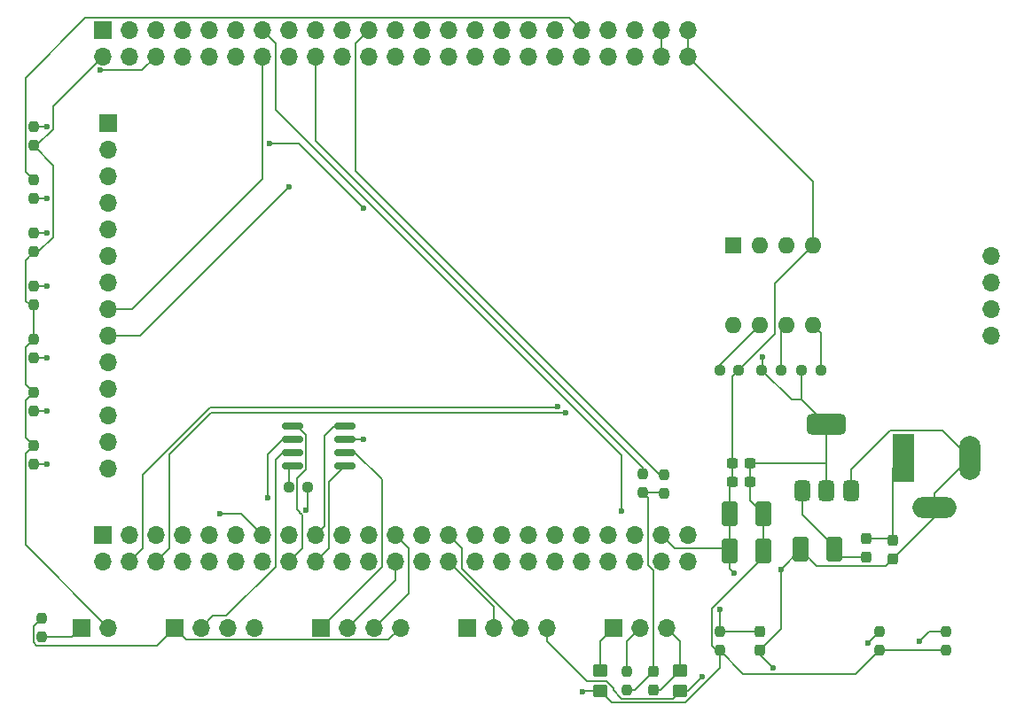
<source format=gbr>
%TF.GenerationSoftware,KiCad,Pcbnew,8.0.3*%
%TF.CreationDate,2024-06-28T15:17:55+09:00*%
%TF.ProjectId,KICAD-2,4b494341-442d-4322-9e6b-696361645f70,rev?*%
%TF.SameCoordinates,Original*%
%TF.FileFunction,Copper,L2,Bot*%
%TF.FilePolarity,Positive*%
%FSLAX46Y46*%
G04 Gerber Fmt 4.6, Leading zero omitted, Abs format (unit mm)*
G04 Created by KiCad (PCBNEW 8.0.3) date 2024-06-28 15:17:55*
%MOMM*%
%LPD*%
G01*
G04 APERTURE LIST*
G04 Aperture macros list*
%AMRoundRect*
0 Rectangle with rounded corners*
0 $1 Rounding radius*
0 $2 $3 $4 $5 $6 $7 $8 $9 X,Y pos of 4 corners*
0 Add a 4 corners polygon primitive as box body*
4,1,4,$2,$3,$4,$5,$6,$7,$8,$9,$2,$3,0*
0 Add four circle primitives for the rounded corners*
1,1,$1+$1,$2,$3*
1,1,$1+$1,$4,$5*
1,1,$1+$1,$6,$7*
1,1,$1+$1,$8,$9*
0 Add four rect primitives between the rounded corners*
20,1,$1+$1,$2,$3,$4,$5,0*
20,1,$1+$1,$4,$5,$6,$7,0*
20,1,$1+$1,$6,$7,$8,$9,0*
20,1,$1+$1,$8,$9,$2,$3,0*%
G04 Aperture macros list end*
%TA.AperFunction,ComponentPad*%
%ADD10R,1.700000X1.700000*%
%TD*%
%TA.AperFunction,ComponentPad*%
%ADD11O,1.700000X1.700000*%
%TD*%
%TA.AperFunction,SMDPad,CuDef*%
%ADD12RoundRect,0.250000X0.450000X-0.350000X0.450000X0.350000X-0.450000X0.350000X-0.450000X-0.350000X0*%
%TD*%
%TA.AperFunction,SMDPad,CuDef*%
%ADD13RoundRect,0.237500X-0.237500X0.300000X-0.237500X-0.300000X0.237500X-0.300000X0.237500X0.300000X0*%
%TD*%
%TA.AperFunction,SMDPad,CuDef*%
%ADD14RoundRect,0.250001X0.499999X0.924999X-0.499999X0.924999X-0.499999X-0.924999X0.499999X-0.924999X0*%
%TD*%
%TA.AperFunction,SMDPad,CuDef*%
%ADD15RoundRect,0.237500X-0.237500X0.250000X-0.237500X-0.250000X0.237500X-0.250000X0.237500X0.250000X0*%
%TD*%
%TA.AperFunction,SMDPad,CuDef*%
%ADD16RoundRect,0.237500X-0.250000X-0.237500X0.250000X-0.237500X0.250000X0.237500X-0.250000X0.237500X0*%
%TD*%
%TA.AperFunction,SMDPad,CuDef*%
%ADD17RoundRect,0.237500X-0.237500X0.287500X-0.237500X-0.287500X0.237500X-0.287500X0.237500X0.287500X0*%
%TD*%
%TA.AperFunction,SMDPad,CuDef*%
%ADD18RoundRect,0.150000X0.825000X0.150000X-0.825000X0.150000X-0.825000X-0.150000X0.825000X-0.150000X0*%
%TD*%
%TA.AperFunction,SMDPad,CuDef*%
%ADD19RoundRect,0.237500X0.300000X0.237500X-0.300000X0.237500X-0.300000X-0.237500X0.300000X-0.237500X0*%
%TD*%
%TA.AperFunction,SMDPad,CuDef*%
%ADD20RoundRect,0.375000X0.375000X-0.625000X0.375000X0.625000X-0.375000X0.625000X-0.375000X-0.625000X0*%
%TD*%
%TA.AperFunction,SMDPad,CuDef*%
%ADD21RoundRect,0.500000X1.400000X-0.500000X1.400000X0.500000X-1.400000X0.500000X-1.400000X-0.500000X0*%
%TD*%
%TA.AperFunction,SMDPad,CuDef*%
%ADD22RoundRect,0.237500X0.237500X-0.250000X0.237500X0.250000X-0.237500X0.250000X-0.237500X-0.250000X0*%
%TD*%
%TA.AperFunction,ComponentPad*%
%ADD23R,2.000000X4.600000*%
%TD*%
%TA.AperFunction,ComponentPad*%
%ADD24O,2.000000X4.200000*%
%TD*%
%TA.AperFunction,ComponentPad*%
%ADD25O,4.200000X2.000000*%
%TD*%
%TA.AperFunction,ComponentPad*%
%ADD26R,1.600000X1.600000*%
%TD*%
%TA.AperFunction,ComponentPad*%
%ADD27O,1.600000X1.600000*%
%TD*%
%TA.AperFunction,ViaPad*%
%ADD28C,0.600000*%
%TD*%
%TA.AperFunction,Conductor*%
%ADD29C,0.200000*%
%TD*%
G04 APERTURE END LIST*
D10*
%TO.P,J6,1,Pin_1*%
%TO.N,+3.3V*%
X132589750Y-117085750D03*
D11*
%TO.P,J6,2,Pin_2*%
%TO.N,PA13_SWDIO*%
X135129750Y-117085750D03*
%TO.P,J6,3,Pin_3*%
%TO.N,PA14_SWCLK*%
X137669750Y-117085750D03*
%TO.P,J6,4,Pin_4*%
%TO.N,D_GND*%
X140209750Y-117085750D03*
%TD*%
D10*
%TO.P,J8,1,Pin_1*%
%TO.N,+3.3VA*%
X160529750Y-117085750D03*
D11*
%TO.P,J8,2,Pin_2*%
%TO.N,Net-(J8-Pin_2)*%
X163069750Y-117085750D03*
%TO.P,J8,3,Pin_3*%
%TO.N,AGND*%
X165609750Y-117085750D03*
%TD*%
D10*
%TO.P,J4,1,Pin_1*%
%TO.N,BOOT0*%
X109729750Y-117085750D03*
D11*
%TO.P,J4,2,Pin_2*%
%TO.N,+3.3V*%
X112269750Y-117085750D03*
%TD*%
D10*
%TO.P,J3,1,Pin_1*%
%TO.N,D_GND*%
X118619750Y-117085750D03*
D11*
%TO.P,J3,2,Pin_2*%
%TO.N,Net-(J3-Pin_2)*%
X121159750Y-117085750D03*
%TO.P,J3,3,Pin_3*%
%TO.N,Net-(J3-Pin_3)*%
X123699750Y-117085750D03*
%TO.P,J3,4,Pin_4*%
%TO.N,+3.3V*%
X126239750Y-117085750D03*
%TD*%
D10*
%TO.P,J7,1,Pin_1*%
%TO.N,+3.3V*%
X146559750Y-117085750D03*
D11*
%TO.P,J7,2,Pin_2*%
%TO.N,PA9_UART_Tx*%
X149099750Y-117085750D03*
%TO.P,J7,3,Pin_3*%
%TO.N,PA10_UART_Rx*%
X151639750Y-117085750D03*
%TO.P,J7,4,Pin_4*%
%TO.N,D_GND*%
X154179750Y-117085750D03*
%TD*%
D10*
%TO.P,J5,1,Pin_1*%
%TO.N,+3.3V*%
X112300000Y-68834000D03*
D11*
%TO.P,J5,2,Pin_2*%
%TO.N,D_GND*%
X112300000Y-71374000D03*
%TO.P,J5,3,Pin_3*%
%TO.N,PA4_SPI1_LCD_NCS*%
X112300000Y-73914000D03*
%TO.P,J5,4,Pin_4*%
%TO.N,PC4_LCD_RST*%
X112300000Y-76454000D03*
%TO.P,J5,5,Pin_5*%
%TO.N,PA2_LCD_DC*%
X112300000Y-78994000D03*
%TO.P,J5,6,Pin_6*%
%TO.N,PD7_SPI1_MOSI_LCD*%
X112300000Y-81534000D03*
%TO.P,J5,7,Pin_7*%
%TO.N,PA5_SPI1_LCD_SCK*%
X112300000Y-84074000D03*
%TO.P,J5,8,Pin_8*%
%TO.N,PC0_LCD_BL*%
X112300000Y-86614000D03*
%TO.P,J5,9,Pin_9*%
%TO.N,PA6_SPI1_MISO_LCD*%
X112300000Y-89154000D03*
%TO.P,J5,10,Pin_10*%
%TO.N,PC10_SPI3_SCK*%
X112300000Y-91694000D03*
%TO.P,J5,11,Pin_11*%
%TO.N,PC15_SPI3_NCS*%
X112300000Y-94234000D03*
%TO.P,J5,12,Pin_12*%
%TO.N,PB2_SPI3_MOSI*%
X112300000Y-96774000D03*
%TO.P,J5,13,Pin_13*%
%TO.N,PC11_SPI3_MISO*%
X112300000Y-99314000D03*
%TO.P,J5,14,Pin_14*%
%TO.N,PC12_SPI3_IRQ*%
X112300000Y-101854000D03*
%TO.P,J5,15,Pin_15*%
%TO.N,unconnected-(J5-Pin_15-Pad15)*%
X196600000Y-89154000D03*
%TO.P,J5,16,Pin_16*%
%TO.N,unconnected-(J5-Pin_16-Pad16)*%
X196600000Y-86614000D03*
%TO.P,J5,17,Pin_17*%
%TO.N,unconnected-(J5-Pin_17-Pad17)*%
X196600000Y-84074000D03*
%TO.P,J5,18,Pin_18*%
%TO.N,unconnected-(J5-Pin_18-Pad18)*%
X196600000Y-81534000D03*
%TD*%
D12*
%TO.P,FB1,1*%
%TO.N,+3.3V*%
X159259750Y-123165750D03*
%TO.P,FB1,2*%
%TO.N,+3.3VA*%
X159259750Y-121165750D03*
%TD*%
D13*
%TO.P,C10,1*%
%TO.N,Net-(C10-Pad1)*%
X164339750Y-121303250D03*
%TO.P,C10,2*%
%TO.N,AGND*%
X164339750Y-123028250D03*
%TD*%
D14*
%TO.P,C4,1*%
%TO.N,+3.3V*%
X174853000Y-106172000D03*
%TO.P,C4,2*%
%TO.N,D_GND*%
X171603000Y-106172000D03*
%TD*%
D15*
%TO.P,R9,1*%
%TO.N,+3.3V*%
X105156000Y-99671500D03*
%TO.P,R9,2*%
%TO.N,Net-(D4-A)*%
X105156000Y-101496500D03*
%TD*%
%TO.P,R12,1*%
%TO.N,+3.3V*%
X105156000Y-89511500D03*
%TO.P,R12,2*%
%TO.N,Net-(D7-A)*%
X105156000Y-91336500D03*
%TD*%
%TO.P,R7,1*%
%TO.N,D_GND*%
X105919750Y-116173250D03*
%TO.P,R7,2*%
%TO.N,BOOT0*%
X105919750Y-117998250D03*
%TD*%
D12*
%TO.P,FB2,1*%
%TO.N,D_GND*%
X166879750Y-123165750D03*
%TO.P,FB2,2*%
%TO.N,AGND*%
X166879750Y-121165750D03*
%TD*%
D16*
%TO.P,R17,1*%
%TO.N,+3.3V*%
X174705000Y-92456000D03*
%TO.P,R17,2*%
%TO.N,PB8_I2C1_SCL*%
X176530000Y-92456000D03*
%TD*%
D17*
%TO.P,D1,1,K*%
%TO.N,Net-(D1-K)*%
X187248000Y-108741000D03*
%TO.P,D1,2,A*%
%TO.N,D_GND*%
X187248000Y-110491000D03*
%TD*%
D15*
%TO.P,R3,1*%
%TO.N,Net-(D2-A)*%
X105156000Y-79351500D03*
%TO.P,R3,2*%
%TO.N,+3.3V*%
X105156000Y-81176500D03*
%TD*%
D16*
%TO.P,R16,1*%
%TO.N,Net-(U3-WP)*%
X170688000Y-92456000D03*
%TO.P,R16,2*%
%TO.N,D_GND*%
X172513000Y-92456000D03*
%TD*%
D15*
%TO.P,R8,1*%
%TO.N,Net-(D3-A)*%
X105156000Y-69191500D03*
%TO.P,R8,2*%
%TO.N,+3.3V*%
X105156000Y-71016500D03*
%TD*%
D18*
%TO.P,U2,1,TXD*%
%TO.N,PD1_CAN1_Tx*%
X134874000Y-97790000D03*
%TO.P,U2,2,GND*%
%TO.N,D_GND*%
X134874000Y-99060000D03*
%TO.P,U2,3,Vcc*%
%TO.N,+3.3V*%
X134874000Y-100330000D03*
%TO.P,U2,4,RXD*%
%TO.N,PD0_CAN1_Rx*%
X134874000Y-101600000D03*
%TO.P,U2,5,NC_Vio*%
%TO.N,Net-(U2-NC_Vio)*%
X129924000Y-101600000D03*
%TO.P,U2,6,CAN_L*%
%TO.N,Net-(J3-Pin_2)*%
X129924000Y-100330000D03*
%TO.P,U2,7,CAN_H*%
%TO.N,Net-(J3-Pin_3)*%
X129924000Y-99060000D03*
%TO.P,U2,8,STB*%
%TO.N,PD2_CAN1_STB*%
X129924000Y-97790000D03*
%TD*%
D19*
%TO.P,C9,1*%
%TO.N,+3.3V*%
X173582500Y-103124000D03*
%TO.P,C9,2*%
%TO.N,D_GND*%
X171857500Y-103124000D03*
%TD*%
D20*
%TO.P,U1,1,GND*%
%TO.N,D_GND*%
X183198000Y-103978000D03*
%TO.P,U1,2,VO*%
%TO.N,+3.3V*%
X180898000Y-103978000D03*
D21*
X180898000Y-97678000D03*
D20*
%TO.P,U1,3,VI*%
%TO.N,Net-(U1-VI)*%
X178598000Y-103978000D03*
%TD*%
D17*
%TO.P,F1,1*%
%TO.N,Net-(D1-K)*%
X184708000Y-108600000D03*
%TO.P,F1,2*%
%TO.N,Net-(U1-VI)*%
X184708000Y-110350000D03*
%TD*%
D22*
%TO.P,R11,1*%
%TO.N,+3.3V*%
X105156000Y-86256500D03*
%TO.P,R11,2*%
%TO.N,Net-(D6-A)*%
X105156000Y-84431500D03*
%TD*%
D14*
%TO.P,C3,1*%
%TO.N,Net-(U1-VI)*%
X181660000Y-109616000D03*
%TO.P,C3,2*%
%TO.N,D_GND*%
X178410000Y-109616000D03*
%TD*%
D16*
%TO.P,R18,1*%
%TO.N,+3.3V*%
X178515000Y-92456000D03*
%TO.P,R18,2*%
%TO.N,PB7_I2C1_SDA*%
X180340000Y-92456000D03*
%TD*%
D10*
%TO.P,J2,1,Pin_1*%
%TO.N,+3.3V*%
X111760000Y-59944000D03*
D11*
%TO.P,J2,2,Pin_2*%
X111760000Y-62484000D03*
%TO.P,J2,3,Pin_3*%
%TO.N,D_GND*%
X114300000Y-59944000D03*
%TO.P,J2,4,Pin_4*%
X114300000Y-62484000D03*
%TO.P,J2,5,Pin_5*%
%TO.N,unconnected-(J2-Pin_5-Pad5)*%
X116840000Y-59944000D03*
%TO.P,J2,6,Pin_6*%
%TO.N,PE3_ALIVE_LED*%
X116840000Y-62484000D03*
%TO.P,J2,7,Pin_7*%
%TO.N,unconnected-(J2-Pin_7-Pad7)*%
X119380000Y-59944000D03*
%TO.P,J2,8,Pin_8*%
%TO.N,unconnected-(J2-Pin_8-Pad8)*%
X119380000Y-62484000D03*
%TO.P,J2,9,Pin_9*%
%TO.N,unconnected-(J2-Pin_9-Pad9)*%
X121920000Y-59944000D03*
%TO.P,J2,10,Pin_10*%
%TO.N,unconnected-(J2-Pin_10-Pad10)*%
X121920000Y-62484000D03*
%TO.P,J2,11,Pin_11*%
%TO.N,unconnected-(J2-Pin_11-Pad11)*%
X124460000Y-59944000D03*
%TO.P,J2,12,Pin_12*%
%TO.N,unconnected-(J2-Pin_12-Pad12)*%
X124460000Y-62484000D03*
%TO.P,J2,13,Pin_13*%
%TO.N,N_RESET*%
X127000000Y-59944000D03*
%TO.P,J2,14,Pin_14*%
%TO.N,PC0_LCD_BL*%
X127000000Y-62484000D03*
%TO.P,J2,15,Pin_15*%
%TO.N,unconnected-(J2-Pin_15-Pad15)*%
X129540000Y-59944000D03*
%TO.P,J2,16,Pin_16*%
%TO.N,unconnected-(J2-Pin_16-Pad16)*%
X129540000Y-62484000D03*
%TO.P,J2,17,Pin_17*%
%TO.N,unconnected-(J2-Pin_17-Pad17)*%
X132080000Y-59944000D03*
%TO.P,J2,18,Pin_18*%
%TO.N,PA0_ADC1_IN0*%
X132080000Y-62484000D03*
%TO.P,J2,19,Pin_19*%
%TO.N,unconnected-(J2-Pin_19-Pad19)*%
X134620000Y-59944000D03*
%TO.P,J2,20,Pin_20*%
%TO.N,PA2_LCD_DC*%
X134620000Y-62484000D03*
%TO.P,J2,21,Pin_21*%
%TO.N,PA3_ADC1_IN3*%
X137160000Y-59944000D03*
%TO.P,J2,22,Pin_22*%
%TO.N,PA4_SPI1_LCD_NCS*%
X137160000Y-62484000D03*
%TO.P,J2,23,Pin_23*%
%TO.N,PA5_SPI1_LCD_SCK*%
X139700000Y-59944000D03*
%TO.P,J2,24,Pin_24*%
%TO.N,PA6_SPI1_MISO_LCD*%
X139700000Y-62484000D03*
%TO.P,J2,25,Pin_25*%
%TO.N,unconnected-(J2-Pin_25-Pad25)*%
X142240000Y-59944000D03*
%TO.P,J2,26,Pin_26*%
%TO.N,PC4_LCD_RST*%
X142240000Y-62484000D03*
%TO.P,J2,27,Pin_27*%
%TO.N,unconnected-(J2-Pin_27-Pad27)*%
X144780000Y-59944000D03*
%TO.P,J2,28,Pin_28*%
%TO.N,unconnected-(J2-Pin_28-Pad28)*%
X144780000Y-62484000D03*
%TO.P,J2,29,Pin_29*%
%TO.N,unconnected-(J2-Pin_29-Pad29)*%
X147320000Y-59944000D03*
%TO.P,J2,30,Pin_30*%
%TO.N,PB2_SPI3_MOSI*%
X147320000Y-62484000D03*
%TO.P,J2,31,Pin_31*%
%TO.N,unconnected-(J2-Pin_31-Pad31)*%
X149860000Y-59944000D03*
%TO.P,J2,32,Pin_32*%
%TO.N,unconnected-(J2-Pin_32-Pad32)*%
X149860000Y-62484000D03*
%TO.P,J2,33,Pin_33*%
%TO.N,unconnected-(J2-Pin_33-Pad33)*%
X152400000Y-59944000D03*
%TO.P,J2,34,Pin_34*%
%TO.N,unconnected-(J2-Pin_34-Pad34)*%
X152400000Y-62484000D03*
%TO.P,J2,35,Pin_35*%
%TO.N,unconnected-(J2-Pin_35-Pad35)*%
X154940000Y-59944000D03*
%TO.P,J2,36,Pin_36*%
%TO.N,unconnected-(J2-Pin_36-Pad36)*%
X154940000Y-62484000D03*
%TO.P,J2,37,Pin_37*%
%TO.N,PE13_TIMER1_CH3_PWM*%
X157480000Y-59944000D03*
%TO.P,J2,38,Pin_38*%
%TO.N,unconnected-(J2-Pin_38-Pad38)*%
X157480000Y-62484000D03*
%TO.P,J2,39,Pin_39*%
%TO.N,unconnected-(J2-Pin_39-Pad39)*%
X160020000Y-59944000D03*
%TO.P,J2,40,Pin_40*%
%TO.N,unconnected-(J2-Pin_40-Pad40)*%
X160020000Y-62484000D03*
%TO.P,J2,41,Pin_41*%
%TO.N,unconnected-(J2-Pin_41-Pad41)*%
X162560000Y-59944000D03*
%TO.P,J2,42,Pin_42*%
%TO.N,D_GND*%
X162560000Y-62484000D03*
%TO.P,J2,43,Pin_43*%
X165100000Y-59944000D03*
%TO.P,J2,44,Pin_44*%
X165100000Y-62484000D03*
%TO.P,J2,45,Pin_45*%
X167640000Y-59944000D03*
%TO.P,J2,46,Pin_46*%
X167640000Y-62484000D03*
D10*
%TO.P,J2,51,Pin_51*%
%TO.N,PE1_GLED*%
X111760000Y-108204000D03*
D11*
%TO.P,J2,52,Pin_52*%
%TO.N,unconnected-(J2-Pin_52-Pad52)*%
X111760000Y-110744000D03*
%TO.P,J2,53,Pin_53*%
%TO.N,unconnected-(J2-Pin_53-Pad53)*%
X114300000Y-108204000D03*
%TO.P,J2,54,Pin_54*%
%TO.N,PB8_I2C1_SCL*%
X114300000Y-110744000D03*
%TO.P,J2,55,Pin_55*%
%TO.N,BOOT0*%
X116840000Y-108204000D03*
%TO.P,J2,56,Pin_56*%
%TO.N,PB7_I2C1_SDA*%
X116840000Y-110744000D03*
%TO.P,J2,57,Pin_57*%
%TO.N,unconnected-(J2-Pin_57-Pad57)*%
X119380000Y-108204000D03*
%TO.P,J2,58,Pin_58*%
%TO.N,unconnected-(J2-Pin_58-Pad58)*%
X119380000Y-110744000D03*
%TO.P,J2,59,Pin_59*%
%TO.N,unconnected-(J2-Pin_59-Pad59)*%
X121920000Y-108204000D03*
%TO.P,J2,60,Pin_60*%
%TO.N,unconnected-(J2-Pin_60-Pad60)*%
X121920000Y-110744000D03*
%TO.P,J2,61,Pin_61*%
%TO.N,PD7_SPI1_MOSI_LCD*%
X124460000Y-108204000D03*
%TO.P,J2,62,Pin_12*%
%TO.N,PD6_BLED*%
X124460000Y-110744000D03*
%TO.P,J2,63,Pin_63*%
%TO.N,PD5_WLED*%
X127000000Y-108204000D03*
%TO.P,J2,64,Pin_64*%
%TO.N,PD4_YLED*%
X127000000Y-110744000D03*
%TO.P,J2,65,Pin_65*%
%TO.N,unconnected-(J2-Pin_65-Pad65)*%
X129540000Y-108204000D03*
%TO.P,J2,66,Pin_66*%
%TO.N,PD2_CAN1_STB*%
X129540000Y-110744000D03*
%TO.P,J2,67,Pin_17*%
%TO.N,PD1_CAN1_Tx*%
X132080000Y-108204000D03*
%TO.P,J2,68,Pin_68*%
%TO.N,PD0_CAN1_Rx*%
X132080000Y-110744000D03*
%TO.P,J2,69,Pin_69*%
%TO.N,PC12_SPI3_IRQ*%
X134620000Y-108204000D03*
%TO.P,J2,70,Pin_70*%
%TO.N,PC11_SPI3_MISO*%
X134620000Y-110744000D03*
%TO.P,J2,71,Pin_71*%
%TO.N,PC10_SPI3_SCK*%
X137160000Y-108204000D03*
%TO.P,J2,72,Pin_72*%
%TO.N,PC15_SPI3_NCS*%
X137160000Y-110744000D03*
%TO.P,J2,73,Pin_73*%
%TO.N,PA14_SWCLK*%
X139700000Y-108204000D03*
%TO.P,J2,74,Pin_74*%
%TO.N,PA13_SWDIO*%
X139700000Y-110744000D03*
%TO.P,J2,75,Pin_75*%
%TO.N,unconnected-(J2-Pin_75-Pad75)*%
X142240000Y-108204000D03*
%TO.P,J2,76,Pin_76*%
%TO.N,unconnected-(J2-Pin_76-Pad76)*%
X142240000Y-110744000D03*
%TO.P,J2,77,Pin_77*%
%TO.N,PA10_UART_Rx*%
X144780000Y-108204000D03*
%TO.P,J2,78,Pin_78*%
%TO.N,PA9_UART_Tx*%
X144780000Y-110744000D03*
%TO.P,J2,79,Pin_79*%
%TO.N,unconnected-(J2-Pin_79-Pad79)*%
X147320000Y-108204000D03*
%TO.P,J2,80,Pin_80*%
%TO.N,unconnected-(J2-Pin_80-Pad80)*%
X147320000Y-110744000D03*
%TO.P,J2,81,Pin_81*%
%TO.N,unconnected-(J2-Pin_81-Pad81)*%
X149860000Y-108204000D03*
%TO.P,J2,82,Pin_82*%
%TO.N,unconnected-(J2-Pin_82-Pad82)*%
X149860000Y-110744000D03*
%TO.P,J2,83,Pin_83*%
%TO.N,unconnected-(J2-Pin_83-Pad83)*%
X152400000Y-108204000D03*
%TO.P,J2,84,Pin_84*%
%TO.N,unconnected-(J2-Pin_84-Pad84)*%
X152400000Y-110744000D03*
%TO.P,J2,85,Pin_85*%
%TO.N,unconnected-(J2-Pin_85-Pad85)*%
X154940000Y-108204000D03*
%TO.P,J2,86,Pin_86*%
%TO.N,unconnected-(J2-Pin_86-Pad86)*%
X154940000Y-110744000D03*
%TO.P,J2,87,Pin_87*%
%TO.N,unconnected-(J2-Pin_87-Pad87)*%
X157480000Y-108204000D03*
%TO.P,J2,88,Pin_88*%
%TO.N,unconnected-(J2-Pin_88-Pad88)*%
X157480000Y-110744000D03*
%TO.P,J2,89,Pin_89*%
%TO.N,PD10_ROW1*%
X160020000Y-108204000D03*
%TO.P,J2,90,Pin_90*%
%TO.N,unconnected-(J2-Pin_90-Pad90)*%
X160020000Y-110744000D03*
%TO.P,J2,91,Pin_91*%
%TO.N,PD8_ROW2*%
X162560000Y-108204000D03*
%TO.P,J2,92,Pin_92*%
%TO.N,unconnected-(J2-Pin_92-Pad92)*%
X162560000Y-110744000D03*
%TO.P,J2,93,Pin_93*%
%TO.N,D_GND*%
X165100000Y-108204000D03*
%TO.P,J2,94,Pin_94*%
%TO.N,PB14_COL1*%
X165100000Y-110744000D03*
%TO.P,J2,95,Pin_95*%
%TO.N,unconnected-(J2-Pin_95-Pad95)*%
X167640000Y-108204000D03*
%TO.P,J2,96,Pin_96*%
%TO.N,PB12_COL2*%
X167640000Y-110744000D03*
%TD*%
D19*
%TO.P,C1,1*%
%TO.N,+3.3V*%
X173582500Y-101346000D03*
%TO.P,C1,2*%
%TO.N,D_GND*%
X171857500Y-101346000D03*
%TD*%
D22*
%TO.P,R19,1*%
%TO.N,Net-(C10-Pad1)*%
X161799750Y-123078250D03*
%TO.P,R19,2*%
%TO.N,Net-(J8-Pin_2)*%
X161799750Y-121253250D03*
%TD*%
%TO.P,R2,1*%
%TO.N,+3.3V*%
X192269750Y-119268250D03*
%TO.P,R2,2*%
%TO.N,PB12_COL2*%
X192269750Y-117443250D03*
%TD*%
D14*
%TO.P,C2,1*%
%TO.N,+3.3V*%
X174853000Y-109728000D03*
%TO.P,C2,2*%
%TO.N,D_GND*%
X171603000Y-109728000D03*
%TD*%
D15*
%TO.P,R13,1*%
%TO.N,PE13_TIMER1_CH3_PWM*%
X105156000Y-74271500D03*
%TO.P,R13,2*%
%TO.N,Net-(D8-A)*%
X105156000Y-76096500D03*
%TD*%
D16*
%TO.P,R6,1*%
%TO.N,Net-(U2-NC_Vio)*%
X129540000Y-103632000D03*
%TO.P,R6,2*%
%TO.N,+3.3V*%
X131365000Y-103632000D03*
%TD*%
D15*
%TO.P,R14,1*%
%TO.N,PA0_ADC1_IN0*%
X163322000Y-102362000D03*
%TO.P,R14,2*%
%TO.N,Net-(C10-Pad1)*%
X163322000Y-104187000D03*
%TD*%
D23*
%TO.P,J1,1*%
%TO.N,Net-(D1-K)*%
X188264000Y-100838000D03*
D24*
%TO.P,J1,2*%
%TO.N,D_GND*%
X194564000Y-100838000D03*
D25*
%TO.P,J1,3*%
X191164000Y-105638000D03*
%TD*%
D26*
%TO.P,U3,1,NC(A0)*%
%TO.N,unconnected-(U3-NC(A0)-Pad1)*%
X171968000Y-80528000D03*
D27*
%TO.P,U3,2,A1*%
%TO.N,unconnected-(U3-A1-Pad2)*%
X174508000Y-80528000D03*
%TO.P,U3,3,A2*%
%TO.N,unconnected-(U3-A2-Pad3)*%
X177048000Y-80528000D03*
%TO.P,U3,4,GND*%
%TO.N,D_GND*%
X179588000Y-80528000D03*
%TO.P,U3,5,SDA*%
%TO.N,PB7_I2C1_SDA*%
X179588000Y-88148000D03*
%TO.P,U3,6,SCL*%
%TO.N,PB8_I2C1_SCL*%
X177048000Y-88148000D03*
%TO.P,U3,7,WP*%
%TO.N,Net-(U3-WP)*%
X174508000Y-88148000D03*
%TO.P,U3,8,VCC*%
%TO.N,+3.3V*%
X171968000Y-88148000D03*
%TD*%
D15*
%TO.P,R4,1*%
%TO.N,N_RESET*%
X170679750Y-117443250D03*
%TO.P,R4,2*%
%TO.N,+3.3V*%
X170679750Y-119268250D03*
%TD*%
%TO.P,R15,1*%
%TO.N,PA3_ADC1_IN3*%
X165354000Y-102465500D03*
%TO.P,R15,2*%
%TO.N,Net-(C10-Pad1)*%
X165354000Y-104290500D03*
%TD*%
%TO.P,R10,1*%
%TO.N,+3.3V*%
X105156000Y-94591500D03*
%TO.P,R10,2*%
%TO.N,Net-(D5-A)*%
X105156000Y-96416500D03*
%TD*%
D22*
%TO.P,R1,1*%
%TO.N,+3.3V*%
X185919750Y-119268250D03*
%TO.P,R1,2*%
%TO.N,PB14_COL1*%
X185919750Y-117443250D03*
%TD*%
D13*
%TO.P,C5,1*%
%TO.N,N_RESET*%
X174489750Y-117493250D03*
%TO.P,C5,2*%
%TO.N,D_GND*%
X174489750Y-119218250D03*
%TD*%
D28*
%TO.N,+3.3V*%
X131198523Y-105833760D03*
X157540678Y-123173723D03*
X174752000Y-91186000D03*
%TO.N,D_GND*%
X127718735Y-70822735D03*
X136652000Y-76962000D03*
X169012857Y-121768857D03*
X172076750Y-111878750D03*
X176525000Y-111501000D03*
X175759750Y-120895750D03*
X136652000Y-99060000D03*
%TO.N,N_RESET*%
X161290000Y-105918000D03*
X170679750Y-115335750D03*
%TO.N,Net-(D2-A)*%
X106422853Y-79352810D03*
%TO.N,Net-(D3-A)*%
X106430197Y-69194909D03*
%TO.N,PE3_ALIVE_LED*%
X111495243Y-63807787D03*
%TO.N,Net-(D4-A)*%
X106413411Y-101460567D03*
%TO.N,Net-(D5-A)*%
X106434657Y-96380938D03*
%TO.N,PD5_WLED*%
X122936000Y-106172000D03*
%TO.N,Net-(D6-A)*%
X106430197Y-84470580D03*
%TO.N,Net-(D7-A)*%
X106420493Y-91296210D03*
%TO.N,Net-(D8-A)*%
X106416558Y-76092041D03*
%TO.N,PB7_I2C1_SDA*%
X155956000Y-96520000D03*
%TO.N,PB8_I2C1_SCL*%
X155194000Y-95920000D03*
%TO.N,PB14_COL1*%
X184828500Y-118534500D03*
%TO.N,PA6_SPI1_MISO_LCD*%
X129540000Y-74930000D03*
%TO.N,PB12_COL2*%
X189729750Y-118355750D03*
%TO.N,Net-(J3-Pin_3)*%
X127508000Y-104648000D03*
%TD*%
D29*
%TO.N,PB7_I2C1_SDA*%
X122120000Y-96520000D02*
X155956000Y-96520000D01*
X118110000Y-100530000D02*
X122120000Y-96520000D01*
X118110000Y-109474000D02*
X118110000Y-100530000D01*
X116840000Y-110744000D02*
X118110000Y-109474000D01*
%TO.N,PB8_I2C1_SCL*%
X121988000Y-96012000D02*
X155102000Y-96012000D01*
X115570000Y-102430000D02*
X121988000Y-96012000D01*
X155102000Y-96012000D02*
X155194000Y-95920000D01*
X115570000Y-109474000D02*
X115570000Y-102430000D01*
X114300000Y-110744000D02*
X115570000Y-109474000D01*
%TO.N,Net-(D1-K)*%
X187248000Y-108741000D02*
X187248000Y-101854000D01*
X187107000Y-108600000D02*
X187248000Y-108741000D01*
X184708000Y-108600000D02*
X187107000Y-108600000D01*
X187248000Y-101854000D02*
X188264000Y-100838000D01*
%TO.N,PA0_ADC1_IN0*%
X163322000Y-101796315D02*
X132080000Y-70554315D01*
X132080000Y-70554315D02*
X132080000Y-62484000D01*
X163322000Y-102362000D02*
X163322000Y-101796315D01*
%TO.N,Net-(U1-VI)*%
X181660000Y-109616000D02*
X181660000Y-109362000D01*
X182394000Y-110350000D02*
X181660000Y-109616000D01*
X178598000Y-106300000D02*
X178598000Y-103978000D01*
X184708000Y-110350000D02*
X182394000Y-110350000D01*
X181660000Y-109362000D02*
X178598000Y-106300000D01*
%TO.N,PA14_SWCLK*%
X140970000Y-109474000D02*
X139700000Y-108204000D01*
X137669750Y-117085750D02*
X140970000Y-113785500D01*
X140970000Y-113785500D02*
X140970000Y-109474000D01*
X137669750Y-117085750D02*
X138320000Y-116435500D01*
%TO.N,+3.3V*%
X174853000Y-106172000D02*
X174853000Y-109728000D01*
X174752000Y-92409000D02*
X174705000Y-92456000D01*
X105156000Y-99671500D02*
X104381000Y-100446500D01*
X135848999Y-100330000D02*
X138430000Y-102911001D01*
X174752000Y-91186000D02*
X174752000Y-92409000D01*
X169904750Y-118850750D02*
X169904750Y-115262221D01*
X131365000Y-103632000D02*
X131365000Y-105667283D01*
X104381000Y-98896500D02*
X104381000Y-95366500D01*
X173582500Y-104901500D02*
X174853000Y-106172000D01*
X159259750Y-123165750D02*
X157548651Y-123165750D01*
X174853000Y-110313971D02*
X174853000Y-109728000D01*
X170679750Y-119268250D02*
X170322250Y-119268250D01*
X138430000Y-102911001D02*
X138430000Y-111252000D01*
X107022853Y-79784647D02*
X107022853Y-72883353D01*
X104381000Y-90286500D02*
X105156000Y-89511500D01*
X159259750Y-123165750D02*
X159389750Y-123295750D01*
X180898000Y-101346000D02*
X180898000Y-103978000D01*
X183692250Y-121495750D02*
X172907250Y-121495750D01*
X160359750Y-124265750D02*
X167364494Y-124265750D01*
X104381000Y-85839000D02*
X104381000Y-81951500D01*
X159259750Y-123165750D02*
X160359750Y-124265750D01*
X105457135Y-71016500D02*
X105156000Y-71016500D01*
X107030197Y-69443438D02*
X105457135Y-71016500D01*
X185919750Y-119268250D02*
X192269750Y-119268250D01*
X104381000Y-109197000D02*
X112269750Y-117085750D01*
X132596250Y-117085750D02*
X132589750Y-117085750D01*
X167364494Y-124265750D02*
X170679750Y-120950494D01*
X104381000Y-95366500D02*
X105156000Y-94591500D01*
X173582500Y-103124000D02*
X173582500Y-104901500D01*
X105156000Y-81176500D02*
X105631000Y-81176500D01*
X173582500Y-101346000D02*
X180898000Y-101346000D01*
X178515000Y-95295000D02*
X178515000Y-92456000D01*
X104381000Y-93816500D02*
X104381000Y-90286500D01*
X104381000Y-100446500D02*
X104381000Y-109197000D01*
X105156000Y-89511500D02*
X105156000Y-86256500D01*
X107022853Y-72883353D02*
X105156000Y-71016500D01*
X105156000Y-94591500D02*
X104381000Y-93816500D01*
X180898000Y-97678000D02*
X180898000Y-101346000D01*
X104798500Y-86256500D02*
X104381000Y-85839000D01*
X170322250Y-119268250D02*
X169904750Y-118850750D01*
X105156000Y-99671500D02*
X104381000Y-98896500D01*
X105156000Y-86256500D02*
X104798500Y-86256500D01*
X172907250Y-121495750D02*
X170679750Y-119268250D01*
X138430000Y-111252000D02*
X132596250Y-117085750D01*
X180898000Y-97678000D02*
X178515000Y-95295000D01*
X131365000Y-105667283D02*
X131198523Y-105833760D01*
X104381000Y-81951500D02*
X105156000Y-81176500D01*
X173582500Y-101346000D02*
X173582500Y-103124000D01*
X105631000Y-81176500D02*
X107022853Y-79784647D01*
X105156000Y-71016500D02*
X105156000Y-71374000D01*
X157548651Y-123165750D02*
X157540678Y-123173723D01*
X170679750Y-120950494D02*
X170679750Y-119268250D01*
X111355500Y-62079500D02*
X111760000Y-62484000D01*
X169904750Y-115262221D02*
X174853000Y-110313971D01*
X185919750Y-119268250D02*
X183692250Y-121495750D01*
X111760000Y-62484000D02*
X107030197Y-67213803D01*
X134874000Y-100330000D02*
X135848999Y-100330000D01*
X107030197Y-67213803D02*
X107030197Y-69443438D01*
X177544000Y-95295000D02*
X178515000Y-95295000D01*
X174705000Y-92456000D02*
X177544000Y-95295000D01*
%TO.N,PA13_SWDIO*%
X135129750Y-117085750D02*
X139700000Y-112515500D01*
X139700000Y-112515500D02*
X139700000Y-110744000D01*
%TO.N,PA9_UART_Tx*%
X149099750Y-115063750D02*
X149099750Y-117085750D01*
X144780000Y-110744000D02*
X149099750Y-115063750D01*
%TO.N,PA10_UART_Rx*%
X146050000Y-109474000D02*
X146050000Y-111430173D01*
X146050000Y-111430173D02*
X151639750Y-117019923D01*
X151639750Y-117019923D02*
X151639750Y-117085750D01*
X144780000Y-108204000D02*
X146050000Y-109474000D01*
%TO.N,D_GND*%
X160519750Y-122841006D02*
X159844494Y-122165750D01*
X105919750Y-116173250D02*
X105144750Y-116948250D01*
X176525000Y-111501000D02*
X176525000Y-117183000D01*
X166879750Y-123165750D02*
X167615964Y-123165750D01*
X187248000Y-110491000D02*
X186564000Y-111175000D01*
X154179750Y-118365750D02*
X157979750Y-122165750D01*
X172076750Y-111878750D02*
X171603000Y-111405000D01*
X175948000Y-89021000D02*
X175948000Y-84168000D01*
X171857500Y-101346000D02*
X171857500Y-93111500D01*
X139059750Y-118235750D02*
X140209750Y-117085750D01*
X165100000Y-108204000D02*
X166385255Y-109489255D01*
X119769750Y-118235750D02*
X139059750Y-118235750D01*
X105144750Y-118477472D02*
X105453028Y-118785750D01*
X166179750Y-123865750D02*
X161333028Y-123865750D01*
X161333028Y-123865750D02*
X160519750Y-123052472D01*
X186964000Y-98238000D02*
X191964000Y-98238000D01*
X171603000Y-111405000D02*
X171603000Y-109728000D01*
X187248000Y-110491000D02*
X191164000Y-106575000D01*
X176525000Y-117183000D02*
X174489750Y-119218250D01*
X191164000Y-104238000D02*
X194564000Y-100838000D01*
X171603000Y-103378500D02*
X171857500Y-103124000D01*
X191964000Y-98238000D02*
X194564000Y-100838000D01*
X134874000Y-99060000D02*
X135890000Y-99060000D01*
X186564000Y-111175000D02*
X179969000Y-111175000D01*
X179969000Y-111175000D02*
X178410000Y-109616000D01*
X191164000Y-106575000D02*
X191164000Y-105638000D01*
X191164000Y-105638000D02*
X191164000Y-104238000D01*
X130512735Y-70822735D02*
X127718735Y-70822735D01*
X167615964Y-123165750D02*
X169012857Y-121768857D01*
X171603000Y-106172000D02*
X171603000Y-103378500D01*
X171857500Y-103124000D02*
X171857500Y-101346000D01*
X175948000Y-84168000D02*
X179588000Y-80528000D01*
X166879750Y-123165750D02*
X166179750Y-123865750D01*
X176525000Y-111501000D02*
X178410000Y-109616000D01*
X105453028Y-118785750D02*
X116919750Y-118785750D01*
X105144750Y-116948250D02*
X105144750Y-118477472D01*
X136652000Y-76962000D02*
X130512735Y-70822735D01*
X118619750Y-117085750D02*
X119769750Y-118235750D01*
X171364255Y-109489255D02*
X171603000Y-109728000D01*
X175759750Y-120895750D02*
X174489750Y-119625750D01*
X116919750Y-118785750D02*
X118619750Y-117085750D01*
X136652000Y-99060000D02*
X134874000Y-99060000D01*
X171857500Y-93111500D02*
X172513000Y-92456000D01*
X154179750Y-117085750D02*
X154179750Y-118365750D01*
X174489750Y-119625750D02*
X174489750Y-119218250D01*
X166385255Y-109489255D02*
X171364255Y-109489255D01*
X167640000Y-59944000D02*
X167640000Y-62484000D01*
X160519750Y-123052472D02*
X160519750Y-122841006D01*
X183198000Y-102004000D02*
X186964000Y-98238000D01*
X183198000Y-103978000D02*
X183198000Y-102004000D01*
X171603000Y-109728000D02*
X171603000Y-106172000D01*
X167640000Y-62484000D02*
X179588000Y-74432000D01*
X165100000Y-59944000D02*
X165100000Y-62484000D01*
X172513000Y-92456000D02*
X175948000Y-89021000D01*
X159844494Y-122165750D02*
X157979750Y-122165750D01*
X179588000Y-74432000D02*
X179588000Y-80528000D01*
%TO.N,N_RESET*%
X128270000Y-67592844D02*
X128270000Y-61214000D01*
X161290000Y-105918000D02*
X161290000Y-100612844D01*
X174439750Y-117443250D02*
X174489750Y-117493250D01*
X128270000Y-61214000D02*
X127000000Y-59944000D01*
X170679750Y-117443250D02*
X174439750Y-117443250D01*
X170679750Y-117443250D02*
X170679750Y-115335750D01*
X161290000Y-100612844D02*
X128270000Y-67592844D01*
%TO.N,Net-(C10-Pad1)*%
X161799750Y-123078250D02*
X162564750Y-123078250D01*
X163830000Y-104695000D02*
X163322000Y-104187000D01*
X163830000Y-111100346D02*
X163830000Y-104695000D01*
X163322000Y-104187000D02*
X165250500Y-104187000D01*
X162564750Y-123078250D02*
X164339750Y-121303250D01*
X164339750Y-121303250D02*
X164339750Y-111610096D01*
X165250500Y-104187000D02*
X165354000Y-104290500D01*
X164339750Y-111610096D02*
X163830000Y-111100346D01*
%TO.N,AGND*%
X165017250Y-123028250D02*
X166879750Y-121165750D01*
X166879750Y-118355750D02*
X165609750Y-117085750D01*
X164339750Y-123028250D02*
X165017250Y-123028250D01*
X166879750Y-121165750D02*
X166879750Y-118355750D01*
%TO.N,Net-(D2-A)*%
X105156000Y-79351500D02*
X106421543Y-79351500D01*
X106421543Y-79351500D02*
X106422853Y-79352810D01*
%TO.N,Net-(D3-A)*%
X106426788Y-69191500D02*
X106430197Y-69194909D01*
X105156000Y-69191500D02*
X106426788Y-69191500D01*
%TO.N,PE3_ALIVE_LED*%
X111495243Y-63807787D02*
X115516213Y-63807787D01*
X115516213Y-63807787D02*
X116840000Y-62484000D01*
%TO.N,Net-(D4-A)*%
X105191933Y-101460567D02*
X105156000Y-101496500D01*
X106413411Y-101460567D02*
X105191933Y-101460567D01*
%TO.N,Net-(D5-A)*%
X106434657Y-96380938D02*
X105191562Y-96380938D01*
X105191562Y-96380938D02*
X105156000Y-96416500D01*
%TO.N,PD5_WLED*%
X124968000Y-106172000D02*
X127000000Y-108204000D01*
X122936000Y-106172000D02*
X124968000Y-106172000D01*
%TO.N,Net-(D6-A)*%
X105195080Y-84470580D02*
X105156000Y-84431500D01*
X106430197Y-84470580D02*
X105195080Y-84470580D01*
%TO.N,Net-(D7-A)*%
X106420493Y-91296210D02*
X105196290Y-91296210D01*
X105196290Y-91296210D02*
X105156000Y-91336500D01*
%TO.N,Net-(D8-A)*%
X106412099Y-76096500D02*
X106416558Y-76092041D01*
X105156000Y-76096500D02*
X106412099Y-76096500D01*
%TO.N,+3.3VA*%
X159259750Y-121165750D02*
X159259750Y-118355750D01*
X159259750Y-118355750D02*
X160529750Y-117085750D01*
%TO.N,PA3_ADC1_IN3*%
X165354000Y-102465500D02*
X164949500Y-102465500D01*
X135890000Y-73406000D02*
X135890000Y-61214000D01*
X135890000Y-61214000D02*
X137160000Y-59944000D01*
X164949500Y-102465500D02*
X135890000Y-73406000D01*
%TO.N,PE13_TIMER1_CH3_PWM*%
X105156000Y-74271500D02*
X104381000Y-73496500D01*
X110116000Y-58794000D02*
X156330000Y-58794000D01*
X156330000Y-58794000D02*
X157480000Y-59944000D01*
X104381000Y-73496500D02*
X104381000Y-64529000D01*
X104381000Y-64529000D02*
X110116000Y-58794000D01*
%TO.N,PD1_CAN1_Tx*%
X134874000Y-97790000D02*
X133899001Y-97790000D01*
X133899001Y-97790000D02*
X132930000Y-98759001D01*
X132930000Y-107354000D02*
X132080000Y-108204000D01*
X132930000Y-98759001D02*
X132930000Y-107354000D01*
%TO.N,PC0_LCD_BL*%
X114554000Y-86614000D02*
X112300000Y-86614000D01*
X127000000Y-74168000D02*
X114554000Y-86614000D01*
X127000000Y-62484000D02*
X127000000Y-74168000D01*
%TO.N,PB7_I2C1_SDA*%
X180340000Y-92456000D02*
X180340000Y-88900000D01*
X180340000Y-88900000D02*
X179588000Y-88148000D01*
%TO.N,PB8_I2C1_SCL*%
X176530000Y-92456000D02*
X176530000Y-88666000D01*
X176530000Y-88666000D02*
X177048000Y-88148000D01*
%TO.N,PB14_COL1*%
X184828500Y-118534500D02*
X185919750Y-117443250D01*
%TO.N,PA6_SPI1_MISO_LCD*%
X115316000Y-89154000D02*
X112300000Y-89154000D01*
X129540000Y-74930000D02*
X115316000Y-89154000D01*
%TO.N,PD0_CAN1_Rx*%
X133350000Y-109474000D02*
X133350000Y-103124000D01*
X133350000Y-103124000D02*
X134874000Y-101600000D01*
X132080000Y-110744000D02*
X133350000Y-109474000D01*
%TO.N,PD2_CAN1_STB*%
X129540000Y-110744000D02*
X130810000Y-109474000D01*
X131199000Y-101940552D02*
X131199000Y-98687000D01*
X130810000Y-109474000D02*
X130810000Y-106293766D01*
X130598523Y-106082289D02*
X130598523Y-106060726D01*
X130810000Y-106293766D02*
X130598523Y-106082289D01*
X130327500Y-105789703D02*
X130327500Y-102812052D01*
X130327500Y-102812052D02*
X131199000Y-101940552D01*
X130598523Y-106060726D02*
X130327500Y-105789703D01*
X130302000Y-97790000D02*
X129924000Y-97790000D01*
X131199000Y-98687000D02*
X130302000Y-97790000D01*
%TO.N,PB12_COL2*%
X190642250Y-117443250D02*
X192269750Y-117443250D01*
X189729750Y-118355750D02*
X190642250Y-117443250D01*
%TO.N,BOOT0*%
X108817250Y-117998250D02*
X109729750Y-117085750D01*
X105919750Y-117998250D02*
X108817250Y-117998250D01*
%TO.N,Net-(J3-Pin_2)*%
X128270000Y-101009001D02*
X128270000Y-111235500D01*
X123569750Y-115935750D02*
X122309750Y-115935750D01*
X128270000Y-111235500D02*
X123569750Y-115935750D01*
X122309750Y-115935750D02*
X121159750Y-117085750D01*
X128949001Y-100330000D02*
X128270000Y-101009001D01*
X129924000Y-100330000D02*
X128949001Y-100330000D01*
%TO.N,Net-(J3-Pin_3)*%
X128949001Y-99060000D02*
X129924000Y-99060000D01*
X127508000Y-104648000D02*
X127508000Y-100501001D01*
X127508000Y-100501001D02*
X128949001Y-99060000D01*
%TO.N,Net-(J8-Pin_2)*%
X161799750Y-118355750D02*
X163069750Y-117085750D01*
X161799750Y-121253250D02*
X161799750Y-118355750D01*
%TO.N,Net-(U2-NC_Vio)*%
X129540000Y-103632000D02*
X129540000Y-101984000D01*
X129540000Y-101984000D02*
X129924000Y-101600000D01*
%TO.N,Net-(U3-WP)*%
X170688000Y-92456000D02*
X170688000Y-91968000D01*
X170688000Y-91968000D02*
X174508000Y-88148000D01*
%TD*%
M02*

</source>
